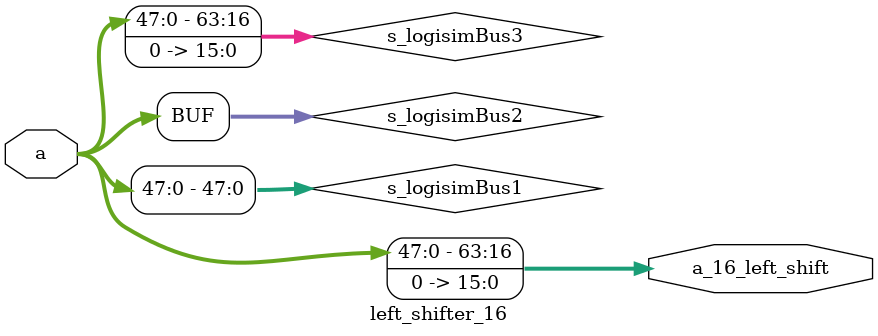
<source format=v>
/******************************************************************************
**
Logisim-evolution
goes
FPGA
automatic
generated
Verilog
code
**
**
https://github.com/logisim-evolution/
**
**
**
**
Component
:
left_shifter_16
**
**
**
*****************************************************************************/
module
left_shifter_16(
a,
a_16_left_shift
);
/*******************************************************************************
**
The
inputs
are
defined
here
**
*******************************************************************************/
input
[63:0]
a;
/*******************************************************************************
**
The
outputs
are
defined
here
**
*******************************************************************************/
output
[63:0]
a_16_left_shift;
/*******************************************************************************
**
The
wires
are
defined
here
**
*******************************************************************************/
wire
[47:0]
s_logisimBus1;
wire
[63:0]
s_logisimBus2;
wire
[63:0]
s_logisimBus3;
/*******************************************************************************
**
The
module
functionality
is
described
here
**
*******************************************************************************/
/*******************************************************************************
**
Here
all
wiring
is
defined
**
*******************************************************************************/
assign
s_logisimBus1[0]
=
s_logisimBus2[0];
assign
s_logisimBus1[10]
=
s_logisimBus2[10];
assign
s_logisimBus1[11]
=
s_logisimBus2[11];
assign
s_logisimBus1[12]
=
s_logisimBus2[12];
assign
s_logisimBus1[13]
=
s_logisimBus2[13];
assign
s_logisimBus1[14]
=
s_logisimBus2[14];
assign
s_logisimBus1[15]
=
s_logisimBus2[15];
assign
s_logisimBus1[16]
=
s_logisimBus2[16];
assign
s_logisimBus1[17]
=
s_logisimBus2[17];
assign
s_logisimBus1[18]
=
s_logisimBus2[18];
assign
s_logisimBus1[19]
=
s_logisimBus2[19];
assign
s_logisimBus1[1]
=
s_logisimBus2[1];
assign
s_logisimBus1[20]
=
s_logisimBus2[20];
assign
s_logisimBus1[21]
=
s_logisimBus2[21];
assign
s_logisimBus1[22]
=
s_logisimBus2[22];
assign
s_logisimBus1[23]
=
s_logisimBus2[23];
assign
s_logisimBus1[24]
=
s_logisimBus2[24];
assign
s_logisimBus1[25]
=
s_logisimBus2[25];
assign
s_logisimBus1[26]
=
s_logisimBus2[26];
assign
s_logisimBus1[27]
=
s_logisimBus2[27];
assign
s_logisimBus1[28]
=
s_logisimBus2[28];
assign
s_logisimBus1[29]
=
s_logisimBus2[29];
assign
s_logisimBus1[2]
=
s_logisimBus2[2];
assign
s_logisimBus1[30]
=
s_logisimBus2[30];
assign
s_logisimBus1[31]
=
s_logisimBus2[31];
assign
s_logisimBus1[32]
=
s_logisimBus2[32];
assign
s_logisimBus1[33]
=
s_logisimBus2[33];
assign
s_logisimBus1[34]
=
s_logisimBus2[34];
assign
s_logisimBus1[35]
=
s_logisimBus2[35];
assign
s_logisimBus1[36]
=
s_logisimBus2[36];
assign
s_logisimBus1[37]
=
s_logisimBus2[37];
assign
s_logisimBus1[38]
=
s_logisimBus2[38];
assign
s_logisimBus1[39]
=
s_logisimBus2[39];
assign
s_logisimBus1[3]
=
s_logisimBus2[3];
assign
s_logisimBus1[40]
=
s_logisimBus2[40];
assign
s_logisimBus1[41]
=
s_logisimBus2[41];
assign
s_logisimBus1[42]
=
s_logisimBus2[42];
assign
s_logisimBus1[43]
=
s_logisimBus2[43];
assign
s_logisimBus1[44]
=
s_logisimBus2[44];
assign
s_logisimBus1[45]
=
s_logisimBus2[45];
assign
s_logisimBus1[46]
=
s_logisimBus2[46];
assign
s_logisimBus1[47]
=
s_logisimBus2[47];
assign
s_logisimBus1[4]
=
s_logisimBus2[4];
assign
s_logisimBus1[5]
=
s_logisimBus2[5];
assign
s_logisimBus1[6]
=
s_logisimBus2[6];
assign
s_logisimBus1[7]
=
s_logisimBus2[7];
assign
s_logisimBus1[8]
=
s_logisimBus2[8];
assign
s_logisimBus1[9]
=
s_logisimBus2[9];
assign
s_logisimBus3[16]
=
s_logisimBus1[0];
assign
s_logisimBus3[17]
=
s_logisimBus1[1];
assign
s_logisimBus3[18]
=
s_logisimBus1[2];
assign
s_logisimBus3[19]
=
s_logisimBus1[3];
assign
s_logisimBus3[20]
=
s_logisimBus1[4];
assign
s_logisimBus3[21]
=
s_logisimBus1[5];
assign
s_logisimBus3[22]
=
s_logisimBus1[6];
assign
s_logisimBus3[23]
=
s_logisimBus1[7];
assign
s_logisimBus3[24]
=
s_logisimBus1[8];
assign
s_logisimBus3[25]
=
s_logisimBus1[9];
assign
s_logisimBus3[26]
=
s_logisimBus1[10];
assign
s_logisimBus3[27]
=
s_logisimBus1[11];
assign
s_logisimBus3[28]
=
s_logisimBus1[12];
assign
s_logisimBus3[29]
=
s_logisimBus1[13];
assign
s_logisimBus3[30]
=
s_logisimBus1[14];
assign
s_logisimBus3[31]
=
s_logisimBus1[15];
assign
s_logisimBus3[32]
=
s_logisimBus1[16];
assign
s_logisimBus3[33]
=
s_logisimBus1[17];
assign
s_logisimBus3[34]
=
s_logisimBus1[18];
assign
s_logisimBus3[35]
=
s_logisimBus1[19];
assign
s_logisimBus3[36]
=
s_logisimBus1[20];
assign
s_logisimBus3[37]
=
s_logisimBus1[21];
assign
s_logisimBus3[38]
=
s_logisimBus1[22];
assign
s_logisimBus3[39]
=
s_logisimBus1[23];
assign
s_logisimBus3[40]
=
s_logisimBus1[24];
assign
s_logisimBus3[41]
=
s_logisimBus1[25];
assign
s_logisimBus3[42]
=
s_logisimBus1[26];
assign
s_logisimBus3[43]
=
s_logisimBus1[27];
assign
s_logisimBus3[44]
=
s_logisimBus1[28];
assign
s_logisimBus3[45]
=
s_logisimBus1[29];
assign
s_logisimBus3[46]
=
s_logisimBus1[30];
assign
s_logisimBus3[47]
=
s_logisimBus1[31];
assign
s_logisimBus3[48]
=
s_logisimBus1[32];
assign
s_logisimBus3[49]
=
s_logisimBus1[33];
assign
s_logisimBus3[50]
=
s_logisimBus1[34];
assign
s_logisimBus3[51]
=
s_logisimBus1[35];
assign
s_logisimBus3[52]
=
s_logisimBus1[36];
assign
s_logisimBus3[53]
=
s_logisimBus1[37];
assign
s_logisimBus3[54]
=
s_logisimBus1[38];
assign
s_logisimBus3[55]
=
s_logisimBus1[39];
assign
s_logisimBus3[56]
=
s_logisimBus1[40];
assign
s_logisimBus3[57]
=
s_logisimBus1[41];
assign
s_logisimBus3[58]
=
s_logisimBus1[42];
assign
s_logisimBus3[59]
=
s_logisimBus1[43];
assign
s_logisimBus3[60]
=
s_logisimBus1[44];
assign
s_logisimBus3[61]
=
s_logisimBus1[45];
assign
s_logisimBus3[62]
=
s_logisimBus1[46];
assign
s_logisimBus3[63]
=
s_logisimBus1[47];
/*******************************************************************************
**
Here
all
input
connections
are
defined
**
*******************************************************************************/
assign
s_logisimBus2[63:0]
=
a;
/*******************************************************************************
**
Here
all
output
connections
are
defined
**
*******************************************************************************/
assign
a_16_left_shift
=
s_logisimBus3[63:0];
/*******************************************************************************
**
Here
all
in-lined
components
are
defined
**
*******************************************************************************/
assign
s_logisimBus3[15:0]
=
16'h0000;
endmodule
</source>
